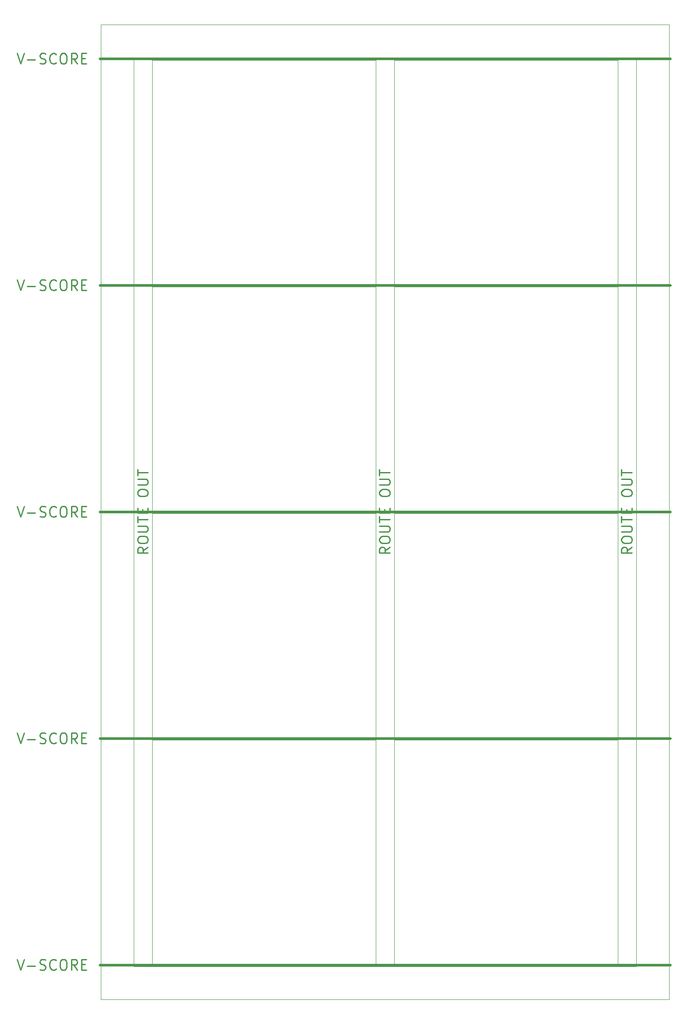
<source format=gko>
%TF.GenerationSoftware,KiCad,Pcbnew,8.0.5*%
%TF.CreationDate,2024-10-02T11:06:20-06:00*%
%TF.ProjectId,SparkFun_GNSS_LG290P_panelized,53706172-6b46-4756-9e5f-474e53535f4c,rev?*%
%TF.SameCoordinates,Original*%
%TF.FileFunction,Soldermask,Bot*%
%TF.FilePolarity,Negative*%
%FSLAX46Y46*%
G04 Gerber Fmt 4.6, Leading zero omitted, Abs format (unit mm)*
G04 Created by KiCad (PCBNEW 8.0.5) date 2024-10-02 11:06:20*
%MOMM*%
%LPD*%
G01*
G04 APERTURE LIST*
%TA.AperFunction,Profile*%
%ADD10C,0.100000*%
%TD*%
%ADD11C,0.250000*%
%ADD12C,0.500000*%
G04 APERTURE END LIST*
D10*
X-3548000Y-500000D02*
X-3548000Y174720000D01*
X93456000Y-500000D02*
X-3548000Y-500000D01*
X93456000Y174720000D02*
X93456000Y-500000D01*
X-3548000Y174720000D02*
X93456000Y174720000D01*
X-9898000Y-6850000D02*
X-9898000Y181070000D01*
X99806000Y-6850000D02*
X-9898000Y-6850000D01*
X99806000Y181070000D02*
X99806000Y-6850000D01*
X-9898000Y181070000D02*
X99806000Y181070000D01*
X46728000Y174220000D02*
X89908000Y174220000D01*
X89908000Y131040000D01*
X46728000Y131040000D01*
X46728000Y174220000D01*
X46728000Y130540000D02*
X89908000Y130540000D01*
X89908000Y87360000D01*
X46728000Y87360000D01*
X46728000Y130540000D01*
X46728000Y86860000D02*
X89908000Y86860000D01*
X89908000Y43680000D01*
X46728000Y43680000D01*
X46728000Y86860000D01*
X46728000Y43180000D02*
X89908000Y43180000D01*
X89908000Y0D01*
X46728000Y0D01*
X46728000Y43180000D01*
X0Y174220000D02*
X43180000Y174220000D01*
X43180000Y131040000D01*
X0Y131040000D01*
X0Y174220000D01*
X0Y130540000D02*
X43180000Y130540000D01*
X43180000Y87360000D01*
X0Y87360000D01*
X0Y130540000D01*
X0Y86860000D02*
X43180000Y86860000D01*
X43180000Y43680000D01*
X0Y43680000D01*
X0Y86860000D01*
X0Y43180000D02*
X43180000Y43180000D01*
X43180000Y0D01*
X0Y0D01*
X0Y43180000D01*
D11*
X92594238Y80348095D02*
X91641857Y79681428D01*
X92594238Y79205238D02*
X90594238Y79205238D01*
X90594238Y79205238D02*
X90594238Y79967143D01*
X90594238Y79967143D02*
X90689476Y80157619D01*
X90689476Y80157619D02*
X90784714Y80252857D01*
X90784714Y80252857D02*
X90975190Y80348095D01*
X90975190Y80348095D02*
X91260904Y80348095D01*
X91260904Y80348095D02*
X91451380Y80252857D01*
X91451380Y80252857D02*
X91546619Y80157619D01*
X91546619Y80157619D02*
X91641857Y79967143D01*
X91641857Y79967143D02*
X91641857Y79205238D01*
X90594238Y81586190D02*
X90594238Y81967143D01*
X90594238Y81967143D02*
X90689476Y82157619D01*
X90689476Y82157619D02*
X90879952Y82348095D01*
X90879952Y82348095D02*
X91260904Y82443333D01*
X91260904Y82443333D02*
X91927571Y82443333D01*
X91927571Y82443333D02*
X92308523Y82348095D01*
X92308523Y82348095D02*
X92499000Y82157619D01*
X92499000Y82157619D02*
X92594238Y81967143D01*
X92594238Y81967143D02*
X92594238Y81586190D01*
X92594238Y81586190D02*
X92499000Y81395714D01*
X92499000Y81395714D02*
X92308523Y81205238D01*
X92308523Y81205238D02*
X91927571Y81110000D01*
X91927571Y81110000D02*
X91260904Y81110000D01*
X91260904Y81110000D02*
X90879952Y81205238D01*
X90879952Y81205238D02*
X90689476Y81395714D01*
X90689476Y81395714D02*
X90594238Y81586190D01*
X90594238Y83300476D02*
X92213285Y83300476D01*
X92213285Y83300476D02*
X92403761Y83395714D01*
X92403761Y83395714D02*
X92499000Y83490952D01*
X92499000Y83490952D02*
X92594238Y83681428D01*
X92594238Y83681428D02*
X92594238Y84062381D01*
X92594238Y84062381D02*
X92499000Y84252857D01*
X92499000Y84252857D02*
X92403761Y84348095D01*
X92403761Y84348095D02*
X92213285Y84443333D01*
X92213285Y84443333D02*
X90594238Y84443333D01*
X90594238Y85110000D02*
X90594238Y86252857D01*
X92594238Y85681428D02*
X90594238Y85681428D01*
X91546619Y86919524D02*
X91546619Y87586191D01*
X92594238Y87871905D02*
X92594238Y86919524D01*
X92594238Y86919524D02*
X90594238Y86919524D01*
X90594238Y86919524D02*
X90594238Y87871905D01*
X90594238Y90633810D02*
X90594238Y91014763D01*
X90594238Y91014763D02*
X90689476Y91205239D01*
X90689476Y91205239D02*
X90879952Y91395715D01*
X90879952Y91395715D02*
X91260904Y91490953D01*
X91260904Y91490953D02*
X91927571Y91490953D01*
X91927571Y91490953D02*
X92308523Y91395715D01*
X92308523Y91395715D02*
X92499000Y91205239D01*
X92499000Y91205239D02*
X92594238Y91014763D01*
X92594238Y91014763D02*
X92594238Y90633810D01*
X92594238Y90633810D02*
X92499000Y90443334D01*
X92499000Y90443334D02*
X92308523Y90252858D01*
X92308523Y90252858D02*
X91927571Y90157620D01*
X91927571Y90157620D02*
X91260904Y90157620D01*
X91260904Y90157620D02*
X90879952Y90252858D01*
X90879952Y90252858D02*
X90689476Y90443334D01*
X90689476Y90443334D02*
X90594238Y90633810D01*
X90594238Y92348096D02*
X92213285Y92348096D01*
X92213285Y92348096D02*
X92403761Y92443334D01*
X92403761Y92443334D02*
X92499000Y92538572D01*
X92499000Y92538572D02*
X92594238Y92729048D01*
X92594238Y92729048D02*
X92594238Y93110001D01*
X92594238Y93110001D02*
X92499000Y93300477D01*
X92499000Y93300477D02*
X92403761Y93395715D01*
X92403761Y93395715D02*
X92213285Y93490953D01*
X92213285Y93490953D02*
X90594238Y93490953D01*
X90594238Y94157620D02*
X90594238Y95300477D01*
X92594238Y94729048D02*
X90594238Y94729048D01*
X45866238Y80348095D02*
X44913857Y79681428D01*
X45866238Y79205238D02*
X43866238Y79205238D01*
X43866238Y79205238D02*
X43866238Y79967143D01*
X43866238Y79967143D02*
X43961476Y80157619D01*
X43961476Y80157619D02*
X44056714Y80252857D01*
X44056714Y80252857D02*
X44247190Y80348095D01*
X44247190Y80348095D02*
X44532904Y80348095D01*
X44532904Y80348095D02*
X44723380Y80252857D01*
X44723380Y80252857D02*
X44818619Y80157619D01*
X44818619Y80157619D02*
X44913857Y79967143D01*
X44913857Y79967143D02*
X44913857Y79205238D01*
X43866238Y81586190D02*
X43866238Y81967143D01*
X43866238Y81967143D02*
X43961476Y82157619D01*
X43961476Y82157619D02*
X44151952Y82348095D01*
X44151952Y82348095D02*
X44532904Y82443333D01*
X44532904Y82443333D02*
X45199571Y82443333D01*
X45199571Y82443333D02*
X45580523Y82348095D01*
X45580523Y82348095D02*
X45771000Y82157619D01*
X45771000Y82157619D02*
X45866238Y81967143D01*
X45866238Y81967143D02*
X45866238Y81586190D01*
X45866238Y81586190D02*
X45771000Y81395714D01*
X45771000Y81395714D02*
X45580523Y81205238D01*
X45580523Y81205238D02*
X45199571Y81110000D01*
X45199571Y81110000D02*
X44532904Y81110000D01*
X44532904Y81110000D02*
X44151952Y81205238D01*
X44151952Y81205238D02*
X43961476Y81395714D01*
X43961476Y81395714D02*
X43866238Y81586190D01*
X43866238Y83300476D02*
X45485285Y83300476D01*
X45485285Y83300476D02*
X45675761Y83395714D01*
X45675761Y83395714D02*
X45771000Y83490952D01*
X45771000Y83490952D02*
X45866238Y83681428D01*
X45866238Y83681428D02*
X45866238Y84062381D01*
X45866238Y84062381D02*
X45771000Y84252857D01*
X45771000Y84252857D02*
X45675761Y84348095D01*
X45675761Y84348095D02*
X45485285Y84443333D01*
X45485285Y84443333D02*
X43866238Y84443333D01*
X43866238Y85110000D02*
X43866238Y86252857D01*
X45866238Y85681428D02*
X43866238Y85681428D01*
X44818619Y86919524D02*
X44818619Y87586191D01*
X45866238Y87871905D02*
X45866238Y86919524D01*
X45866238Y86919524D02*
X43866238Y86919524D01*
X43866238Y86919524D02*
X43866238Y87871905D01*
X43866238Y90633810D02*
X43866238Y91014763D01*
X43866238Y91014763D02*
X43961476Y91205239D01*
X43961476Y91205239D02*
X44151952Y91395715D01*
X44151952Y91395715D02*
X44532904Y91490953D01*
X44532904Y91490953D02*
X45199571Y91490953D01*
X45199571Y91490953D02*
X45580523Y91395715D01*
X45580523Y91395715D02*
X45771000Y91205239D01*
X45771000Y91205239D02*
X45866238Y91014763D01*
X45866238Y91014763D02*
X45866238Y90633810D01*
X45866238Y90633810D02*
X45771000Y90443334D01*
X45771000Y90443334D02*
X45580523Y90252858D01*
X45580523Y90252858D02*
X45199571Y90157620D01*
X45199571Y90157620D02*
X44532904Y90157620D01*
X44532904Y90157620D02*
X44151952Y90252858D01*
X44151952Y90252858D02*
X43961476Y90443334D01*
X43961476Y90443334D02*
X43866238Y90633810D01*
X43866238Y92348096D02*
X45485285Y92348096D01*
X45485285Y92348096D02*
X45675761Y92443334D01*
X45675761Y92443334D02*
X45771000Y92538572D01*
X45771000Y92538572D02*
X45866238Y92729048D01*
X45866238Y92729048D02*
X45866238Y93110001D01*
X45866238Y93110001D02*
X45771000Y93300477D01*
X45771000Y93300477D02*
X45675761Y93395715D01*
X45675761Y93395715D02*
X45485285Y93490953D01*
X45485285Y93490953D02*
X43866238Y93490953D01*
X43866238Y94157620D02*
X43866238Y95300477D01*
X45866238Y94729048D02*
X43866238Y94729048D01*
X-861762Y80348095D02*
X-1814143Y79681428D01*
X-861762Y79205238D02*
X-2861762Y79205238D01*
X-2861762Y79205238D02*
X-2861762Y79967143D01*
X-2861762Y79967143D02*
X-2766524Y80157619D01*
X-2766524Y80157619D02*
X-2671286Y80252857D01*
X-2671286Y80252857D02*
X-2480810Y80348095D01*
X-2480810Y80348095D02*
X-2195096Y80348095D01*
X-2195096Y80348095D02*
X-2004620Y80252857D01*
X-2004620Y80252857D02*
X-1909381Y80157619D01*
X-1909381Y80157619D02*
X-1814143Y79967143D01*
X-1814143Y79967143D02*
X-1814143Y79205238D01*
X-2861762Y81586190D02*
X-2861762Y81967143D01*
X-2861762Y81967143D02*
X-2766524Y82157619D01*
X-2766524Y82157619D02*
X-2576048Y82348095D01*
X-2576048Y82348095D02*
X-2195096Y82443333D01*
X-2195096Y82443333D02*
X-1528429Y82443333D01*
X-1528429Y82443333D02*
X-1147477Y82348095D01*
X-1147477Y82348095D02*
X-957000Y82157619D01*
X-957000Y82157619D02*
X-861762Y81967143D01*
X-861762Y81967143D02*
X-861762Y81586190D01*
X-861762Y81586190D02*
X-957000Y81395714D01*
X-957000Y81395714D02*
X-1147477Y81205238D01*
X-1147477Y81205238D02*
X-1528429Y81110000D01*
X-1528429Y81110000D02*
X-2195096Y81110000D01*
X-2195096Y81110000D02*
X-2576048Y81205238D01*
X-2576048Y81205238D02*
X-2766524Y81395714D01*
X-2766524Y81395714D02*
X-2861762Y81586190D01*
X-2861762Y83300476D02*
X-1242715Y83300476D01*
X-1242715Y83300476D02*
X-1052239Y83395714D01*
X-1052239Y83395714D02*
X-957000Y83490952D01*
X-957000Y83490952D02*
X-861762Y83681428D01*
X-861762Y83681428D02*
X-861762Y84062381D01*
X-861762Y84062381D02*
X-957000Y84252857D01*
X-957000Y84252857D02*
X-1052239Y84348095D01*
X-1052239Y84348095D02*
X-1242715Y84443333D01*
X-1242715Y84443333D02*
X-2861762Y84443333D01*
X-2861762Y85110000D02*
X-2861762Y86252857D01*
X-861762Y85681428D02*
X-2861762Y85681428D01*
X-1909381Y86919524D02*
X-1909381Y87586191D01*
X-861762Y87871905D02*
X-861762Y86919524D01*
X-861762Y86919524D02*
X-2861762Y86919524D01*
X-2861762Y86919524D02*
X-2861762Y87871905D01*
X-2861762Y90633810D02*
X-2861762Y91014763D01*
X-2861762Y91014763D02*
X-2766524Y91205239D01*
X-2766524Y91205239D02*
X-2576048Y91395715D01*
X-2576048Y91395715D02*
X-2195096Y91490953D01*
X-2195096Y91490953D02*
X-1528429Y91490953D01*
X-1528429Y91490953D02*
X-1147477Y91395715D01*
X-1147477Y91395715D02*
X-957000Y91205239D01*
X-957000Y91205239D02*
X-861762Y91014763D01*
X-861762Y91014763D02*
X-861762Y90633810D01*
X-861762Y90633810D02*
X-957000Y90443334D01*
X-957000Y90443334D02*
X-1147477Y90252858D01*
X-1147477Y90252858D02*
X-1528429Y90157620D01*
X-1528429Y90157620D02*
X-2195096Y90157620D01*
X-2195096Y90157620D02*
X-2576048Y90252858D01*
X-2576048Y90252858D02*
X-2766524Y90443334D01*
X-2766524Y90443334D02*
X-2861762Y90633810D01*
X-2861762Y92348096D02*
X-1242715Y92348096D01*
X-1242715Y92348096D02*
X-1052239Y92443334D01*
X-1052239Y92443334D02*
X-957000Y92538572D01*
X-957000Y92538572D02*
X-861762Y92729048D01*
X-861762Y92729048D02*
X-861762Y93110001D01*
X-861762Y93110001D02*
X-957000Y93300477D01*
X-957000Y93300477D02*
X-1052239Y93395715D01*
X-1052239Y93395715D02*
X-1242715Y93490953D01*
X-1242715Y93490953D02*
X-2861762Y93490953D01*
X-2861762Y94157620D02*
X-2861762Y95300477D01*
X-861762Y94729048D02*
X-2861762Y94729048D01*
X-26121997Y837762D02*
X-25455331Y-1162238D01*
X-25455331Y-1162238D02*
X-24788664Y837762D01*
X-24121997Y-400333D02*
X-22598187Y-400333D01*
X-21741045Y-1067000D02*
X-21455331Y-1162238D01*
X-21455331Y-1162238D02*
X-20979140Y-1162238D01*
X-20979140Y-1162238D02*
X-20788664Y-1067000D01*
X-20788664Y-1067000D02*
X-20693426Y-971761D01*
X-20693426Y-971761D02*
X-20598188Y-781285D01*
X-20598188Y-781285D02*
X-20598188Y-590809D01*
X-20598188Y-590809D02*
X-20693426Y-400333D01*
X-20693426Y-400333D02*
X-20788664Y-305095D01*
X-20788664Y-305095D02*
X-20979140Y-209857D01*
X-20979140Y-209857D02*
X-21360093Y-114619D01*
X-21360093Y-114619D02*
X-21550569Y-19380D01*
X-21550569Y-19380D02*
X-21645807Y75858D01*
X-21645807Y75858D02*
X-21741045Y266334D01*
X-21741045Y266334D02*
X-21741045Y456810D01*
X-21741045Y456810D02*
X-21645807Y647286D01*
X-21645807Y647286D02*
X-21550569Y742524D01*
X-21550569Y742524D02*
X-21360093Y837762D01*
X-21360093Y837762D02*
X-20883902Y837762D01*
X-20883902Y837762D02*
X-20598188Y742524D01*
X-18598188Y-971761D02*
X-18693426Y-1067000D01*
X-18693426Y-1067000D02*
X-18979140Y-1162238D01*
X-18979140Y-1162238D02*
X-19169616Y-1162238D01*
X-19169616Y-1162238D02*
X-19455331Y-1067000D01*
X-19455331Y-1067000D02*
X-19645807Y-876523D01*
X-19645807Y-876523D02*
X-19741045Y-686047D01*
X-19741045Y-686047D02*
X-19836283Y-305095D01*
X-19836283Y-305095D02*
X-19836283Y-19380D01*
X-19836283Y-19380D02*
X-19741045Y361572D01*
X-19741045Y361572D02*
X-19645807Y552048D01*
X-19645807Y552048D02*
X-19455331Y742524D01*
X-19455331Y742524D02*
X-19169616Y837762D01*
X-19169616Y837762D02*
X-18979140Y837762D01*
X-18979140Y837762D02*
X-18693426Y742524D01*
X-18693426Y742524D02*
X-18598188Y647286D01*
X-17360093Y837762D02*
X-16979140Y837762D01*
X-16979140Y837762D02*
X-16788664Y742524D01*
X-16788664Y742524D02*
X-16598188Y552048D01*
X-16598188Y552048D02*
X-16502950Y171096D01*
X-16502950Y171096D02*
X-16502950Y-495571D01*
X-16502950Y-495571D02*
X-16598188Y-876523D01*
X-16598188Y-876523D02*
X-16788664Y-1067000D01*
X-16788664Y-1067000D02*
X-16979140Y-1162238D01*
X-16979140Y-1162238D02*
X-17360093Y-1162238D01*
X-17360093Y-1162238D02*
X-17550569Y-1067000D01*
X-17550569Y-1067000D02*
X-17741045Y-876523D01*
X-17741045Y-876523D02*
X-17836283Y-495571D01*
X-17836283Y-495571D02*
X-17836283Y171096D01*
X-17836283Y171096D02*
X-17741045Y552048D01*
X-17741045Y552048D02*
X-17550569Y742524D01*
X-17550569Y742524D02*
X-17360093Y837762D01*
X-14502950Y-1162238D02*
X-15169617Y-209857D01*
X-15645807Y-1162238D02*
X-15645807Y837762D01*
X-15645807Y837762D02*
X-14883902Y837762D01*
X-14883902Y837762D02*
X-14693426Y742524D01*
X-14693426Y742524D02*
X-14598188Y647286D01*
X-14598188Y647286D02*
X-14502950Y456810D01*
X-14502950Y456810D02*
X-14502950Y171096D01*
X-14502950Y171096D02*
X-14598188Y-19380D01*
X-14598188Y-19380D02*
X-14693426Y-114619D01*
X-14693426Y-114619D02*
X-14883902Y-209857D01*
X-14883902Y-209857D02*
X-15645807Y-209857D01*
X-13645807Y-114619D02*
X-12979140Y-114619D01*
X-12693426Y-1162238D02*
X-13645807Y-1162238D01*
X-13645807Y-1162238D02*
X-13645807Y837762D01*
X-13645807Y837762D02*
X-12693426Y837762D01*
D12*
X-10148000Y-250000D02*
X100056000Y-250000D01*
D11*
X-26121997Y44517762D02*
X-25455331Y42517762D01*
X-25455331Y42517762D02*
X-24788664Y44517762D01*
X-24121997Y43279667D02*
X-22598187Y43279667D01*
X-21741045Y42613000D02*
X-21455331Y42517762D01*
X-21455331Y42517762D02*
X-20979140Y42517762D01*
X-20979140Y42517762D02*
X-20788664Y42613000D01*
X-20788664Y42613000D02*
X-20693426Y42708239D01*
X-20693426Y42708239D02*
X-20598188Y42898715D01*
X-20598188Y42898715D02*
X-20598188Y43089191D01*
X-20598188Y43089191D02*
X-20693426Y43279667D01*
X-20693426Y43279667D02*
X-20788664Y43374905D01*
X-20788664Y43374905D02*
X-20979140Y43470143D01*
X-20979140Y43470143D02*
X-21360093Y43565381D01*
X-21360093Y43565381D02*
X-21550569Y43660620D01*
X-21550569Y43660620D02*
X-21645807Y43755858D01*
X-21645807Y43755858D02*
X-21741045Y43946334D01*
X-21741045Y43946334D02*
X-21741045Y44136810D01*
X-21741045Y44136810D02*
X-21645807Y44327286D01*
X-21645807Y44327286D02*
X-21550569Y44422524D01*
X-21550569Y44422524D02*
X-21360093Y44517762D01*
X-21360093Y44517762D02*
X-20883902Y44517762D01*
X-20883902Y44517762D02*
X-20598188Y44422524D01*
X-18598188Y42708239D02*
X-18693426Y42613000D01*
X-18693426Y42613000D02*
X-18979140Y42517762D01*
X-18979140Y42517762D02*
X-19169616Y42517762D01*
X-19169616Y42517762D02*
X-19455331Y42613000D01*
X-19455331Y42613000D02*
X-19645807Y42803477D01*
X-19645807Y42803477D02*
X-19741045Y42993953D01*
X-19741045Y42993953D02*
X-19836283Y43374905D01*
X-19836283Y43374905D02*
X-19836283Y43660620D01*
X-19836283Y43660620D02*
X-19741045Y44041572D01*
X-19741045Y44041572D02*
X-19645807Y44232048D01*
X-19645807Y44232048D02*
X-19455331Y44422524D01*
X-19455331Y44422524D02*
X-19169616Y44517762D01*
X-19169616Y44517762D02*
X-18979140Y44517762D01*
X-18979140Y44517762D02*
X-18693426Y44422524D01*
X-18693426Y44422524D02*
X-18598188Y44327286D01*
X-17360093Y44517762D02*
X-16979140Y44517762D01*
X-16979140Y44517762D02*
X-16788664Y44422524D01*
X-16788664Y44422524D02*
X-16598188Y44232048D01*
X-16598188Y44232048D02*
X-16502950Y43851096D01*
X-16502950Y43851096D02*
X-16502950Y43184429D01*
X-16502950Y43184429D02*
X-16598188Y42803477D01*
X-16598188Y42803477D02*
X-16788664Y42613000D01*
X-16788664Y42613000D02*
X-16979140Y42517762D01*
X-16979140Y42517762D02*
X-17360093Y42517762D01*
X-17360093Y42517762D02*
X-17550569Y42613000D01*
X-17550569Y42613000D02*
X-17741045Y42803477D01*
X-17741045Y42803477D02*
X-17836283Y43184429D01*
X-17836283Y43184429D02*
X-17836283Y43851096D01*
X-17836283Y43851096D02*
X-17741045Y44232048D01*
X-17741045Y44232048D02*
X-17550569Y44422524D01*
X-17550569Y44422524D02*
X-17360093Y44517762D01*
X-14502950Y42517762D02*
X-15169617Y43470143D01*
X-15645807Y42517762D02*
X-15645807Y44517762D01*
X-15645807Y44517762D02*
X-14883902Y44517762D01*
X-14883902Y44517762D02*
X-14693426Y44422524D01*
X-14693426Y44422524D02*
X-14598188Y44327286D01*
X-14598188Y44327286D02*
X-14502950Y44136810D01*
X-14502950Y44136810D02*
X-14502950Y43851096D01*
X-14502950Y43851096D02*
X-14598188Y43660620D01*
X-14598188Y43660620D02*
X-14693426Y43565381D01*
X-14693426Y43565381D02*
X-14883902Y43470143D01*
X-14883902Y43470143D02*
X-15645807Y43470143D01*
X-13645807Y43565381D02*
X-12979140Y43565381D01*
X-12693426Y42517762D02*
X-13645807Y42517762D01*
X-13645807Y42517762D02*
X-13645807Y44517762D01*
X-13645807Y44517762D02*
X-12693426Y44517762D01*
D12*
X-10148000Y43430000D02*
X100056000Y43430000D01*
D11*
X-26121997Y88197762D02*
X-25455331Y86197762D01*
X-25455331Y86197762D02*
X-24788664Y88197762D01*
X-24121997Y86959667D02*
X-22598187Y86959667D01*
X-21741045Y86293000D02*
X-21455331Y86197762D01*
X-21455331Y86197762D02*
X-20979140Y86197762D01*
X-20979140Y86197762D02*
X-20788664Y86293000D01*
X-20788664Y86293000D02*
X-20693426Y86388239D01*
X-20693426Y86388239D02*
X-20598188Y86578715D01*
X-20598188Y86578715D02*
X-20598188Y86769191D01*
X-20598188Y86769191D02*
X-20693426Y86959667D01*
X-20693426Y86959667D02*
X-20788664Y87054905D01*
X-20788664Y87054905D02*
X-20979140Y87150143D01*
X-20979140Y87150143D02*
X-21360093Y87245381D01*
X-21360093Y87245381D02*
X-21550569Y87340620D01*
X-21550569Y87340620D02*
X-21645807Y87435858D01*
X-21645807Y87435858D02*
X-21741045Y87626334D01*
X-21741045Y87626334D02*
X-21741045Y87816810D01*
X-21741045Y87816810D02*
X-21645807Y88007286D01*
X-21645807Y88007286D02*
X-21550569Y88102524D01*
X-21550569Y88102524D02*
X-21360093Y88197762D01*
X-21360093Y88197762D02*
X-20883902Y88197762D01*
X-20883902Y88197762D02*
X-20598188Y88102524D01*
X-18598188Y86388239D02*
X-18693426Y86293000D01*
X-18693426Y86293000D02*
X-18979140Y86197762D01*
X-18979140Y86197762D02*
X-19169616Y86197762D01*
X-19169616Y86197762D02*
X-19455331Y86293000D01*
X-19455331Y86293000D02*
X-19645807Y86483477D01*
X-19645807Y86483477D02*
X-19741045Y86673953D01*
X-19741045Y86673953D02*
X-19836283Y87054905D01*
X-19836283Y87054905D02*
X-19836283Y87340620D01*
X-19836283Y87340620D02*
X-19741045Y87721572D01*
X-19741045Y87721572D02*
X-19645807Y87912048D01*
X-19645807Y87912048D02*
X-19455331Y88102524D01*
X-19455331Y88102524D02*
X-19169616Y88197762D01*
X-19169616Y88197762D02*
X-18979140Y88197762D01*
X-18979140Y88197762D02*
X-18693426Y88102524D01*
X-18693426Y88102524D02*
X-18598188Y88007286D01*
X-17360093Y88197762D02*
X-16979140Y88197762D01*
X-16979140Y88197762D02*
X-16788664Y88102524D01*
X-16788664Y88102524D02*
X-16598188Y87912048D01*
X-16598188Y87912048D02*
X-16502950Y87531096D01*
X-16502950Y87531096D02*
X-16502950Y86864429D01*
X-16502950Y86864429D02*
X-16598188Y86483477D01*
X-16598188Y86483477D02*
X-16788664Y86293000D01*
X-16788664Y86293000D02*
X-16979140Y86197762D01*
X-16979140Y86197762D02*
X-17360093Y86197762D01*
X-17360093Y86197762D02*
X-17550569Y86293000D01*
X-17550569Y86293000D02*
X-17741045Y86483477D01*
X-17741045Y86483477D02*
X-17836283Y86864429D01*
X-17836283Y86864429D02*
X-17836283Y87531096D01*
X-17836283Y87531096D02*
X-17741045Y87912048D01*
X-17741045Y87912048D02*
X-17550569Y88102524D01*
X-17550569Y88102524D02*
X-17360093Y88197762D01*
X-14502950Y86197762D02*
X-15169617Y87150143D01*
X-15645807Y86197762D02*
X-15645807Y88197762D01*
X-15645807Y88197762D02*
X-14883902Y88197762D01*
X-14883902Y88197762D02*
X-14693426Y88102524D01*
X-14693426Y88102524D02*
X-14598188Y88007286D01*
X-14598188Y88007286D02*
X-14502950Y87816810D01*
X-14502950Y87816810D02*
X-14502950Y87531096D01*
X-14502950Y87531096D02*
X-14598188Y87340620D01*
X-14598188Y87340620D02*
X-14693426Y87245381D01*
X-14693426Y87245381D02*
X-14883902Y87150143D01*
X-14883902Y87150143D02*
X-15645807Y87150143D01*
X-13645807Y87245381D02*
X-12979140Y87245381D01*
X-12693426Y86197762D02*
X-13645807Y86197762D01*
X-13645807Y86197762D02*
X-13645807Y88197762D01*
X-13645807Y88197762D02*
X-12693426Y88197762D01*
D12*
X-10148000Y87110000D02*
X100056000Y87110000D01*
D11*
X-26121997Y131877761D02*
X-25455331Y129877761D01*
X-25455331Y129877761D02*
X-24788664Y131877761D01*
X-24121997Y130639666D02*
X-22598187Y130639666D01*
X-21741045Y129973000D02*
X-21455331Y129877761D01*
X-21455331Y129877761D02*
X-20979140Y129877761D01*
X-20979140Y129877761D02*
X-20788664Y129973000D01*
X-20788664Y129973000D02*
X-20693426Y130068238D01*
X-20693426Y130068238D02*
X-20598188Y130258714D01*
X-20598188Y130258714D02*
X-20598188Y130449190D01*
X-20598188Y130449190D02*
X-20693426Y130639666D01*
X-20693426Y130639666D02*
X-20788664Y130734904D01*
X-20788664Y130734904D02*
X-20979140Y130830142D01*
X-20979140Y130830142D02*
X-21360093Y130925380D01*
X-21360093Y130925380D02*
X-21550569Y131020619D01*
X-21550569Y131020619D02*
X-21645807Y131115857D01*
X-21645807Y131115857D02*
X-21741045Y131306333D01*
X-21741045Y131306333D02*
X-21741045Y131496809D01*
X-21741045Y131496809D02*
X-21645807Y131687285D01*
X-21645807Y131687285D02*
X-21550569Y131782523D01*
X-21550569Y131782523D02*
X-21360093Y131877761D01*
X-21360093Y131877761D02*
X-20883902Y131877761D01*
X-20883902Y131877761D02*
X-20598188Y131782523D01*
X-18598188Y130068238D02*
X-18693426Y129973000D01*
X-18693426Y129973000D02*
X-18979140Y129877761D01*
X-18979140Y129877761D02*
X-19169616Y129877761D01*
X-19169616Y129877761D02*
X-19455331Y129973000D01*
X-19455331Y129973000D02*
X-19645807Y130163476D01*
X-19645807Y130163476D02*
X-19741045Y130353952D01*
X-19741045Y130353952D02*
X-19836283Y130734904D01*
X-19836283Y130734904D02*
X-19836283Y131020619D01*
X-19836283Y131020619D02*
X-19741045Y131401571D01*
X-19741045Y131401571D02*
X-19645807Y131592047D01*
X-19645807Y131592047D02*
X-19455331Y131782523D01*
X-19455331Y131782523D02*
X-19169616Y131877761D01*
X-19169616Y131877761D02*
X-18979140Y131877761D01*
X-18979140Y131877761D02*
X-18693426Y131782523D01*
X-18693426Y131782523D02*
X-18598188Y131687285D01*
X-17360093Y131877761D02*
X-16979140Y131877761D01*
X-16979140Y131877761D02*
X-16788664Y131782523D01*
X-16788664Y131782523D02*
X-16598188Y131592047D01*
X-16598188Y131592047D02*
X-16502950Y131211095D01*
X-16502950Y131211095D02*
X-16502950Y130544428D01*
X-16502950Y130544428D02*
X-16598188Y130163476D01*
X-16598188Y130163476D02*
X-16788664Y129973000D01*
X-16788664Y129973000D02*
X-16979140Y129877761D01*
X-16979140Y129877761D02*
X-17360093Y129877761D01*
X-17360093Y129877761D02*
X-17550569Y129973000D01*
X-17550569Y129973000D02*
X-17741045Y130163476D01*
X-17741045Y130163476D02*
X-17836283Y130544428D01*
X-17836283Y130544428D02*
X-17836283Y131211095D01*
X-17836283Y131211095D02*
X-17741045Y131592047D01*
X-17741045Y131592047D02*
X-17550569Y131782523D01*
X-17550569Y131782523D02*
X-17360093Y131877761D01*
X-14502950Y129877761D02*
X-15169617Y130830142D01*
X-15645807Y129877761D02*
X-15645807Y131877761D01*
X-15645807Y131877761D02*
X-14883902Y131877761D01*
X-14883902Y131877761D02*
X-14693426Y131782523D01*
X-14693426Y131782523D02*
X-14598188Y131687285D01*
X-14598188Y131687285D02*
X-14502950Y131496809D01*
X-14502950Y131496809D02*
X-14502950Y131211095D01*
X-14502950Y131211095D02*
X-14598188Y131020619D01*
X-14598188Y131020619D02*
X-14693426Y130925380D01*
X-14693426Y130925380D02*
X-14883902Y130830142D01*
X-14883902Y130830142D02*
X-15645807Y130830142D01*
X-13645807Y130925380D02*
X-12979140Y130925380D01*
X-12693426Y129877761D02*
X-13645807Y129877761D01*
X-13645807Y129877761D02*
X-13645807Y131877761D01*
X-13645807Y131877761D02*
X-12693426Y131877761D01*
D12*
X-10148000Y130790000D02*
X100056000Y130790000D01*
D11*
X-26121997Y175557761D02*
X-25455331Y173557761D01*
X-25455331Y173557761D02*
X-24788664Y175557761D01*
X-24121997Y174319666D02*
X-22598187Y174319666D01*
X-21741045Y173653000D02*
X-21455331Y173557761D01*
X-21455331Y173557761D02*
X-20979140Y173557761D01*
X-20979140Y173557761D02*
X-20788664Y173653000D01*
X-20788664Y173653000D02*
X-20693426Y173748238D01*
X-20693426Y173748238D02*
X-20598188Y173938714D01*
X-20598188Y173938714D02*
X-20598188Y174129190D01*
X-20598188Y174129190D02*
X-20693426Y174319666D01*
X-20693426Y174319666D02*
X-20788664Y174414904D01*
X-20788664Y174414904D02*
X-20979140Y174510142D01*
X-20979140Y174510142D02*
X-21360093Y174605380D01*
X-21360093Y174605380D02*
X-21550569Y174700619D01*
X-21550569Y174700619D02*
X-21645807Y174795857D01*
X-21645807Y174795857D02*
X-21741045Y174986333D01*
X-21741045Y174986333D02*
X-21741045Y175176809D01*
X-21741045Y175176809D02*
X-21645807Y175367285D01*
X-21645807Y175367285D02*
X-21550569Y175462523D01*
X-21550569Y175462523D02*
X-21360093Y175557761D01*
X-21360093Y175557761D02*
X-20883902Y175557761D01*
X-20883902Y175557761D02*
X-20598188Y175462523D01*
X-18598188Y173748238D02*
X-18693426Y173653000D01*
X-18693426Y173653000D02*
X-18979140Y173557761D01*
X-18979140Y173557761D02*
X-19169616Y173557761D01*
X-19169616Y173557761D02*
X-19455331Y173653000D01*
X-19455331Y173653000D02*
X-19645807Y173843476D01*
X-19645807Y173843476D02*
X-19741045Y174033952D01*
X-19741045Y174033952D02*
X-19836283Y174414904D01*
X-19836283Y174414904D02*
X-19836283Y174700619D01*
X-19836283Y174700619D02*
X-19741045Y175081571D01*
X-19741045Y175081571D02*
X-19645807Y175272047D01*
X-19645807Y175272047D02*
X-19455331Y175462523D01*
X-19455331Y175462523D02*
X-19169616Y175557761D01*
X-19169616Y175557761D02*
X-18979140Y175557761D01*
X-18979140Y175557761D02*
X-18693426Y175462523D01*
X-18693426Y175462523D02*
X-18598188Y175367285D01*
X-17360093Y175557761D02*
X-16979140Y175557761D01*
X-16979140Y175557761D02*
X-16788664Y175462523D01*
X-16788664Y175462523D02*
X-16598188Y175272047D01*
X-16598188Y175272047D02*
X-16502950Y174891095D01*
X-16502950Y174891095D02*
X-16502950Y174224428D01*
X-16502950Y174224428D02*
X-16598188Y173843476D01*
X-16598188Y173843476D02*
X-16788664Y173653000D01*
X-16788664Y173653000D02*
X-16979140Y173557761D01*
X-16979140Y173557761D02*
X-17360093Y173557761D01*
X-17360093Y173557761D02*
X-17550569Y173653000D01*
X-17550569Y173653000D02*
X-17741045Y173843476D01*
X-17741045Y173843476D02*
X-17836283Y174224428D01*
X-17836283Y174224428D02*
X-17836283Y174891095D01*
X-17836283Y174891095D02*
X-17741045Y175272047D01*
X-17741045Y175272047D02*
X-17550569Y175462523D01*
X-17550569Y175462523D02*
X-17360093Y175557761D01*
X-14502950Y173557761D02*
X-15169617Y174510142D01*
X-15645807Y173557761D02*
X-15645807Y175557761D01*
X-15645807Y175557761D02*
X-14883902Y175557761D01*
X-14883902Y175557761D02*
X-14693426Y175462523D01*
X-14693426Y175462523D02*
X-14598188Y175367285D01*
X-14598188Y175367285D02*
X-14502950Y175176809D01*
X-14502950Y175176809D02*
X-14502950Y174891095D01*
X-14502950Y174891095D02*
X-14598188Y174700619D01*
X-14598188Y174700619D02*
X-14693426Y174605380D01*
X-14693426Y174605380D02*
X-14883902Y174510142D01*
X-14883902Y174510142D02*
X-15645807Y174510142D01*
X-13645807Y174605380D02*
X-12979140Y174605380D01*
X-12693426Y173557761D02*
X-13645807Y173557761D01*
X-13645807Y173557761D02*
X-13645807Y175557761D01*
X-13645807Y175557761D02*
X-12693426Y175557761D01*
D12*
X-10148000Y174470000D02*
X100056000Y174470000D01*
M02*

</source>
